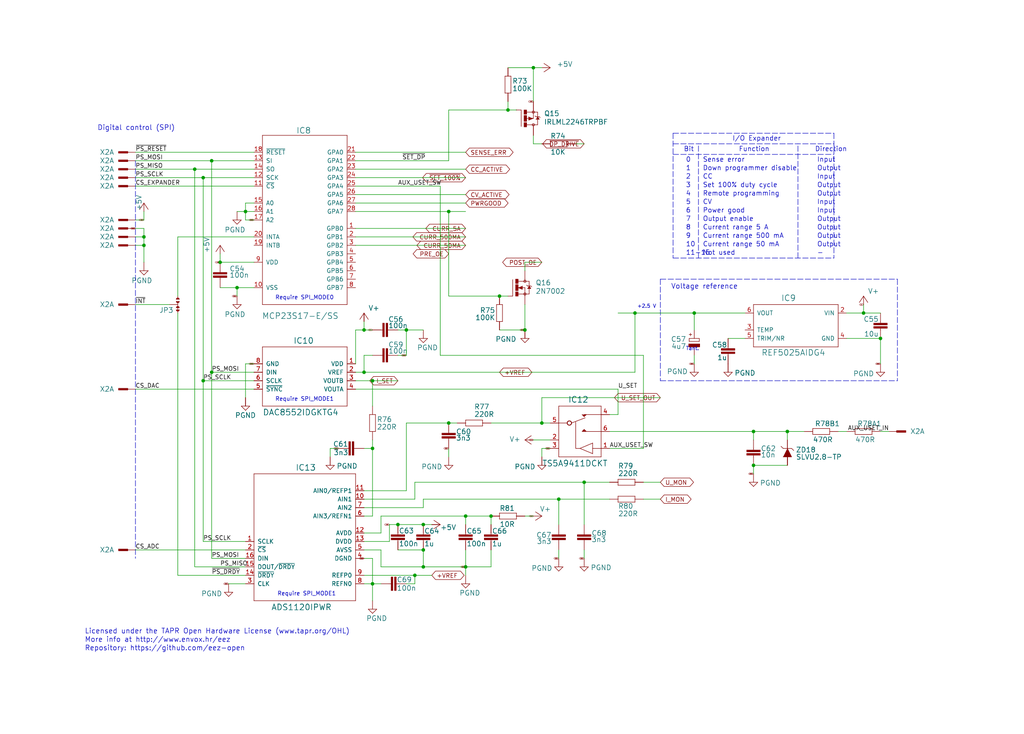
<source format=kicad_sch>
(kicad_sch (version 20210406) (generator eeschema)
  (paper "User" 307.213 220.345)
  (title_block (title "EEZ PSU consolidated") (rev "r5B13a") (comment 3 "Remote programming") (comment 4 "SPI I/O expander, DAC, ADC, Voltage reference"))
  (junction (at 43.18 71.12) (diameter 0.9144))
  (junction (at 43.18 73.66) (diameter 0.9144))
  (junction (at 58.42 50.8) (diameter 0.9144))
  (junction (at 60.96 53.34) (diameter 0.9144))
  (junction (at 60.96 114.3) (diameter 0.9144))
  (junction (at 63.5 48.26) (diameter 0.9144))
  (junction (at 63.5 111.76) (diameter 0.9144))
  (junction (at 66.04 78.74) (diameter 0.9144))
  (junction (at 71.12 86.36) (diameter 0.9144))
  (junction (at 73.66 63.5) (diameter 0.9144))
  (junction (at 109.22 99.06) (diameter 0.9144))
  (junction (at 109.22 111.76) (diameter 0.9144))
  (junction (at 111.76 114.3) (diameter 0.9144))
  (junction (at 111.76 134.62) (diameter 0.9144))
  (junction (at 111.76 175.26) (diameter 0.9144))
  (junction (at 119.38 157.48) (diameter 0.9144))
  (junction (at 121.92 99.06) (diameter 0.9144))
  (junction (at 124.46 172.72) (diameter 0.9144))
  (junction (at 127 157.48) (diameter 0.9144))
  (junction (at 127 165.1) (diameter 0.9144))
  (junction (at 127 170.18) (diameter 0.9144))
  (junction (at 134.62 63.5) (diameter 0.9144))
  (junction (at 134.62 127) (diameter 0.9144))
  (junction (at 139.7 154.94) (diameter 0.9144))
  (junction (at 139.7 170.18) (diameter 0.9144))
  (junction (at 147.32 154.94) (diameter 0.9144))
  (junction (at 149.86 88.9) (diameter 0.9144))
  (junction (at 152.4 33.02) (diameter 0.9144))
  (junction (at 157.48 99.06) (diameter 0.9144))
  (junction (at 160.02 20.32) (diameter 0.9144))
  (junction (at 162.56 127) (diameter 0.9144))
  (junction (at 167.64 149.86) (diameter 0.9144))
  (junction (at 175.26 144.78) (diameter 0.9144))
  (junction (at 190.5 93.98) (diameter 0.9144))
  (junction (at 208.28 93.98) (diameter 0.9144))
  (junction (at 226.06 129.54) (diameter 0.9144))
  (junction (at 226.06 139.7) (diameter 0.9144))
  (junction (at 236.22 129.54) (diameter 0.9144))
  (junction (at 259.08 93.98) (diameter 0.9144))
  (junction (at 264.16 101.6) (diameter 0.9144))
  (wire (pts (xy 40.64 66.04) (xy 43.18 66.04)))
  (wire (pts (xy 40.64 68.58) (xy 43.18 68.58)))
  (wire (pts (xy 40.64 71.12) (xy 43.18 71.12)))
  (wire (pts (xy 40.64 73.66) (xy 43.18 73.66)))
  (wire (pts (xy 43.18 66.04) (xy 43.18 63.5)))
  (wire (pts (xy 43.18 68.58) (xy 43.18 71.12)))
  (wire (pts (xy 43.18 71.12) (xy 43.18 73.66)))
  (wire (pts (xy 43.18 73.66) (xy 43.18 78.74)))
  (wire (pts (xy 50.8 91.44) (xy 40.64 91.44)))
  (wire (pts (xy 53.34 71.12) (xy 53.34 88.9)))
  (wire (pts (xy 53.34 172.72) (xy 53.34 93.98)))
  (wire (pts (xy 58.42 50.8) (xy 40.64 50.8)))
  (wire (pts (xy 58.42 50.8) (xy 76.2 50.8)))
  (wire (pts (xy 58.42 170.18) (xy 58.42 50.8)))
  (wire (pts (xy 60.96 53.34) (xy 40.64 53.34)))
  (wire (pts (xy 60.96 114.3) (xy 60.96 53.34)))
  (wire (pts (xy 60.96 162.56) (xy 60.96 114.3)))
  (wire (pts (xy 63.5 48.26) (xy 40.64 48.26)))
  (wire (pts (xy 63.5 111.76) (xy 63.5 48.26)))
  (wire (pts (xy 63.5 167.64) (xy 63.5 111.76)))
  (wire (pts (xy 66.04 78.74) (xy 66.04 76.2)))
  (wire (pts (xy 68.58 175.26) (xy 73.66 175.26)))
  (wire (pts (xy 71.12 86.36) (xy 66.04 86.36)))
  (wire (pts (xy 71.12 86.36) (xy 76.2 86.36)))
  (wire (pts (xy 71.12 88.9) (xy 71.12 86.36)))
  (wire (pts (xy 73.66 60.96) (xy 76.2 60.96)))
  (wire (pts (xy 73.66 63.5) (xy 71.12 63.5)))
  (wire (pts (xy 73.66 63.5) (xy 73.66 60.96)))
  (wire (pts (xy 73.66 66.04) (xy 73.66 63.5)))
  (wire (pts (xy 73.66 109.22) (xy 73.66 119.38)))
  (wire (pts (xy 73.66 162.56) (xy 60.96 162.56)))
  (wire (pts (xy 73.66 165.1) (xy 40.64 165.1)))
  (wire (pts (xy 73.66 167.64) (xy 63.5 167.64)))
  (wire (pts (xy 73.66 170.18) (xy 58.42 170.18)))
  (wire (pts (xy 73.66 172.72) (xy 53.34 172.72)))
  (wire (pts (xy 76.2 45.72) (xy 40.64 45.72)))
  (wire (pts (xy 76.2 48.26) (xy 63.5 48.26)))
  (wire (pts (xy 76.2 53.34) (xy 60.96 53.34)))
  (wire (pts (xy 76.2 55.88) (xy 40.64 55.88)))
  (wire (pts (xy 76.2 63.5) (xy 73.66 63.5)))
  (wire (pts (xy 76.2 66.04) (xy 73.66 66.04)))
  (wire (pts (xy 76.2 71.12) (xy 53.34 71.12)))
  (wire (pts (xy 76.2 78.74) (xy 66.04 78.74)))
  (wire (pts (xy 76.2 109.22) (xy 73.66 109.22)))
  (wire (pts (xy 76.2 111.76) (xy 63.5 111.76)))
  (wire (pts (xy 76.2 114.3) (xy 60.96 114.3)))
  (wire (pts (xy 76.2 116.84) (xy 40.64 116.84)))
  (wire (pts (xy 99.06 134.62) (xy 99.06 137.16)))
  (wire (pts (xy 101.6 134.62) (xy 99.06 134.62)))
  (wire (pts (xy 106.68 45.72) (xy 139.7 45.72)))
  (wire (pts (xy 106.68 48.26) (xy 134.62 48.26)))
  (wire (pts (xy 106.68 50.8) (xy 139.7 50.8)))
  (wire (pts (xy 106.68 53.34) (xy 139.7 53.34)))
  (wire (pts (xy 106.68 55.88) (xy 132.08 55.88)))
  (wire (pts (xy 106.68 58.42) (xy 139.7 58.42)))
  (wire (pts (xy 106.68 60.96) (xy 139.7 60.96)))
  (wire (pts (xy 106.68 63.5) (xy 134.62 63.5)))
  (wire (pts (xy 106.68 68.58) (xy 139.7 68.58)))
  (wire (pts (xy 106.68 71.12) (xy 139.7 71.12)))
  (wire (pts (xy 106.68 73.66) (xy 139.7 73.66)))
  (wire (pts (xy 106.68 99.06) (xy 109.22 99.06)))
  (wire (pts (xy 106.68 109.22) (xy 106.68 99.06)))
  (wire (pts (xy 106.68 111.76) (xy 109.22 111.76)))
  (wire (pts (xy 106.68 114.3) (xy 111.76 114.3)))
  (wire (pts (xy 106.68 116.84) (xy 185.42 116.84)))
  (wire (pts (xy 109.22 99.06) (xy 109.22 96.52)))
  (wire (pts (xy 109.22 106.68) (xy 109.22 111.76)))
  (wire (pts (xy 109.22 134.62) (xy 111.76 134.62)))
  (wire (pts (xy 109.22 147.32) (xy 121.92 147.32)))
  (wire (pts (xy 109.22 149.86) (xy 124.46 149.86)))
  (wire (pts (xy 109.22 152.4) (xy 127 152.4)))
  (wire (pts (xy 109.22 154.94) (xy 111.76 154.94)))
  (wire (pts (xy 109.22 160.02) (xy 114.3 160.02)))
  (wire (pts (xy 109.22 165.1) (xy 114.3 165.1)))
  (wire (pts (xy 109.22 167.64) (xy 111.76 167.64)))
  (wire (pts (xy 109.22 172.72) (xy 124.46 172.72)))
  (wire (pts (xy 109.22 175.26) (xy 111.76 175.26)))
  (wire (pts (xy 111.76 99.06) (xy 109.22 99.06)))
  (wire (pts (xy 111.76 106.68) (xy 109.22 106.68)))
  (wire (pts (xy 111.76 114.3) (xy 119.38 114.3)))
  (wire (pts (xy 111.76 121.92) (xy 111.76 114.3)))
  (wire (pts (xy 111.76 132.08) (xy 111.76 134.62)))
  (wire (pts (xy 111.76 134.62) (xy 111.76 154.94)))
  (wire (pts (xy 111.76 175.26) (xy 111.76 167.64)))
  (wire (pts (xy 111.76 175.26) (xy 114.3 175.26)))
  (wire (pts (xy 111.76 180.34) (xy 111.76 175.26)))
  (wire (pts (xy 114.3 160.02) (xy 114.3 154.94)))
  (wire (pts (xy 114.3 165.1) (xy 114.3 170.18)))
  (wire (pts (xy 114.3 170.18) (xy 127 170.18)))
  (wire (pts (xy 116.84 157.48) (xy 116.84 162.56)))
  (wire (pts (xy 116.84 157.48) (xy 119.38 157.48)))
  (wire (pts (xy 116.84 162.56) (xy 109.22 162.56)))
  (wire (pts (xy 119.38 157.48) (xy 127 157.48)))
  (wire (pts (xy 121.92 99.06) (xy 119.38 99.06)))
  (wire (pts (xy 121.92 99.06) (xy 127 99.06)))
  (wire (pts (xy 121.92 106.68) (xy 119.38 106.68)))
  (wire (pts (xy 121.92 106.68) (xy 121.92 99.06)))
  (wire (pts (xy 121.92 147.32) (xy 121.92 127)))
  (wire (pts (xy 121.92 175.26) (xy 124.46 175.26)))
  (wire (pts (xy 124.46 144.78) (xy 175.26 144.78)))
  (wire (pts (xy 124.46 149.86) (xy 124.46 144.78)))
  (wire (pts (xy 124.46 172.72) (xy 129.54 172.72)))
  (wire (pts (xy 124.46 175.26) (xy 124.46 172.72)))
  (wire (pts (xy 127 149.86) (xy 167.64 149.86)))
  (wire (pts (xy 127 152.4) (xy 127 149.86)))
  (wire (pts (xy 127 157.48) (xy 129.54 157.48)))
  (wire (pts (xy 127 165.1) (xy 119.38 165.1)))
  (wire (pts (xy 127 165.1) (xy 127 170.18)))
  (wire (pts (xy 127 170.18) (xy 139.7 170.18)))
  (wire (pts (xy 132.08 106.68) (xy 132.08 55.88)))
  (wire (pts (xy 134.62 33.02) (xy 152.4 33.02)))
  (wire (pts (xy 134.62 48.26) (xy 134.62 33.02)))
  (wire (pts (xy 134.62 63.5) (xy 134.62 88.9)))
  (wire (pts (xy 134.62 63.5) (xy 139.7 63.5)))
  (wire (pts (xy 134.62 127) (xy 121.92 127)))
  (wire (pts (xy 134.62 134.62) (xy 134.62 137.16)))
  (wire (pts (xy 137.16 127) (xy 134.62 127)))
  (wire (pts (xy 139.7 154.94) (xy 114.3 154.94)))
  (wire (pts (xy 139.7 157.48) (xy 139.7 154.94)))
  (wire (pts (xy 139.7 170.18) (xy 139.7 165.1)))
  (wire (pts (xy 139.7 170.18) (xy 147.32 170.18)))
  (wire (pts (xy 139.7 172.72) (xy 139.7 170.18)))
  (wire (pts (xy 147.32 127) (xy 162.56 127)))
  (wire (pts (xy 147.32 154.94) (xy 139.7 154.94)))
  (wire (pts (xy 147.32 157.48) (xy 147.32 154.94)))
  (wire (pts (xy 147.32 170.18) (xy 147.32 165.1)))
  (wire (pts (xy 149.86 88.9) (xy 134.62 88.9)))
  (wire (pts (xy 149.86 99.06) (xy 157.48 99.06)))
  (wire (pts (xy 152.4 20.32) (xy 160.02 20.32)))
  (wire (pts (xy 152.4 30.48) (xy 152.4 33.02)))
  (wire (pts (xy 152.4 88.9) (xy 149.86 88.9)))
  (wire (pts (xy 154.94 33.02) (xy 152.4 33.02)))
  (wire (pts (xy 157.48 78.74) (xy 162.56 78.74)))
  (wire (pts (xy 157.48 81.28) (xy 157.48 78.74)))
  (wire (pts (xy 157.48 99.06) (xy 157.48 91.44)))
  (wire (pts (xy 160.02 20.32) (xy 162.56 20.32)))
  (wire (pts (xy 160.02 30.48) (xy 160.02 20.32)))
  (wire (pts (xy 160.02 40.64) (xy 160.02 43.18)))
  (wire (pts (xy 160.02 43.18) (xy 162.56 43.18)))
  (wire (pts (xy 160.02 132.08) (xy 165.1 132.08)))
  (wire (pts (xy 160.02 154.94) (xy 157.48 154.94)))
  (wire (pts (xy 162.56 119.38) (xy 198.12 119.38)))
  (wire (pts (xy 162.56 127) (xy 162.56 119.38)))
  (wire (pts (xy 162.56 127) (xy 165.1 127)))
  (wire (pts (xy 162.56 134.62) (xy 162.56 137.16)))
  (wire (pts (xy 165.1 134.62) (xy 162.56 134.62)))
  (wire (pts (xy 167.64 149.86) (xy 182.88 149.86)))
  (wire (pts (xy 167.64 157.48) (xy 167.64 149.86)))
  (wire (pts (xy 167.64 167.64) (xy 167.64 165.1)))
  (wire (pts (xy 172.72 43.18) (xy 175.26 43.18)))
  (wire (pts (xy 175.26 144.78) (xy 182.88 144.78)))
  (wire (pts (xy 175.26 157.48) (xy 175.26 144.78)))
  (wire (pts (xy 175.26 167.64) (xy 175.26 165.1)))
  (wire (pts (xy 182.88 134.62) (xy 193.04 134.62)))
  (wire (pts (xy 185.42 116.84) (xy 185.42 124.46)))
  (wire (pts (xy 185.42 124.46) (xy 182.88 124.46)))
  (wire (pts (xy 190.5 93.98) (xy 185.42 93.98)))
  (wire (pts (xy 190.5 93.98) (xy 190.5 111.76)))
  (wire (pts (xy 190.5 111.76) (xy 109.22 111.76)))
  (wire (pts (xy 193.04 106.68) (xy 132.08 106.68)))
  (wire (pts (xy 193.04 106.68) (xy 193.04 134.62)))
  (wire (pts (xy 198.12 144.78) (xy 193.04 144.78)))
  (wire (pts (xy 198.12 149.86) (xy 193.04 149.86)))
  (wire (pts (xy 208.28 93.98) (xy 190.5 93.98)))
  (wire (pts (xy 208.28 99.06) (xy 208.28 93.98)))
  (wire (pts (xy 208.28 109.22) (xy 208.28 106.68)))
  (wire (pts (xy 223.52 93.98) (xy 208.28 93.98)))
  (wire (pts (xy 223.52 101.6) (xy 218.44 101.6)))
  (wire (pts (xy 226.06 129.54) (xy 182.88 129.54)))
  (wire (pts (xy 226.06 129.54) (xy 236.22 129.54)))
  (wire (pts (xy 226.06 132.08) (xy 226.06 129.54)))
  (wire (pts (xy 226.06 139.7) (xy 236.22 139.7)))
  (wire (pts (xy 226.06 142.24) (xy 226.06 139.7)))
  (wire (pts (xy 236.22 132.08) (xy 236.22 129.54)))
  (wire (pts (xy 241.3 129.54) (xy 236.22 129.54)))
  (wire (pts (xy 254 93.98) (xy 259.08 93.98)))
  (wire (pts (xy 254 101.6) (xy 264.16 101.6)))
  (wire (pts (xy 254 129.54) (xy 251.46 129.54)))
  (wire (pts (xy 259.08 91.44) (xy 259.08 93.98)))
  (wire (pts (xy 259.08 93.98) (xy 264.16 93.98)))
  (wire (pts (xy 264.16 109.22) (xy 264.16 101.6)))
  (wire (pts (xy 266.7 129.54) (xy 264.16 129.54)))
  (polyline (pts (xy 40.64 48.26) (xy 40.64 167.64)) (stroke (width 0) (type dash)))
  (polyline (pts (xy 198.12 83.82) (xy 198.12 114.3)) (stroke (width 0) (type dash)))
  (polyline (pts (xy 198.12 83.82) (xy 269.24 83.82)) (stroke (width 0) (type dash)))
  (polyline (pts (xy 198.12 114.3) (xy 269.24 114.3)) (stroke (width 0) (type dash)))
  (polyline (pts (xy 201.93 40.005) (xy 201.93 77.47)) (stroke (width 0) (type dash)))
  (polyline (pts (xy 201.93 40.005) (xy 250.19 40.005)) (stroke (width 0) (type dash)))
  (polyline (pts (xy 201.93 43.18) (xy 250.19 43.18)) (stroke (width 0) (type dash)))
  (polyline (pts (xy 201.93 46.355) (xy 250.19 46.355)) (stroke (width 0) (type dash)))
  (polyline (pts (xy 201.93 77.47) (xy 250.19 77.47)) (stroke (width 0) (type dash)))
  (polyline (pts (xy 209.55 77.47) (xy 209.55 43.18)) (stroke (width 0) (type dash)))
  (polyline (pts (xy 239.395 77.47) (xy 239.395 43.18)) (stroke (width 0) (type dash)))
  (polyline (pts (xy 250.19 40.005) (xy 250.19 77.47)) (stroke (width 0) (type dash)))
  (polyline (pts (xy 269.24 83.82) (xy 269.24 114.3)) (stroke (width 0) (type dash)))
  (text "Licensed under the TAPR Open Hardware License (www.tapr.org/OHL)" (at 25.4 190.5 0) (effects (font (size 1.4986 1.4986)) (justify left bottom)))
  (text "More info at http://www.envox.hr/eez" (at 25.4 193.04 0) (effects (font (size 1.4986 1.4986)) (justify left bottom)))
  (text "Repository: https://github.com/eez-open" (at 25.4 195.58 0) (effects (font (size 1.4986 1.4986)) (justify left bottom)))
  (text "Digital control (SPI)" (at 29.21 39.37 0) (effects (font (size 1.4986 1.4986)) (justify left bottom)))
  (text "Require SPI_MODE0" (at 82.55 90.17 0) (effects (font (size 1.1938 1.1938)) (justify left bottom)))
  (text "Require SPI_MODE1" (at 82.55 120.65 0) (effects (font (size 1.1938 1.1938)) (justify left bottom)))
  (text "Require SPI_MODE1" (at 83.185 179.07 0) (effects (font (size 1.1938 1.1938)) (justify left bottom)))
  (text "+2.5 V" (at 191.135 92.71 0) (effects (font (size 1.0668 1.0668)) (justify left bottom)))
  (text "Voltage reference" (at 201.295 86.995 0) (effects (font (size 1.4986 1.4986)) (justify left bottom)))
  (text "Bit" (at 205.105 45.72 0) (effects (font (size 1.4224 1.4224)) (justify left bottom)))
  (text "0" (at 205.74 48.895 0) (effects (font (size 1.4224 1.4224)) (justify left bottom)))
  (text "1" (at 205.74 51.435 0) (effects (font (size 1.4224 1.4224)) (justify left bottom)))
  (text "2" (at 205.74 53.975 0) (effects (font (size 1.4224 1.4224)) (justify left bottom)))
  (text "3" (at 205.74 56.515 0) (effects (font (size 1.4224 1.4224)) (justify left bottom)))
  (text "4" (at 205.74 59.055 0) (effects (font (size 1.4224 1.4224)) (justify left bottom)))
  (text "5" (at 205.74 61.595 0) (effects (font (size 1.4224 1.4224)) (justify left bottom)))
  (text "6" (at 205.74 64.135 0) (effects (font (size 1.4224 1.4224)) (justify left bottom)))
  (text "7" (at 205.74 66.675 0) (effects (font (size 1.4224 1.4224)) (justify left bottom)))
  (text "8" (at 205.74 69.215 0) (effects (font (size 1.4224 1.4224)) (justify left bottom)))
  (text "9" (at 205.74 71.755 0) (effects (font (size 1.4224 1.4224)) (justify left bottom)))
  (text "10" (at 205.74 74.295 0) (effects (font (size 1.4224 1.4224)) (justify left bottom)))
  (text "11-15" (at 205.74 76.835 0) (effects (font (size 1.4224 1.4224)) (justify left bottom)))
  (text "Tant." (at 205.74 105.41 0) (effects (font (size 1.0668 1.0668)) (justify left bottom)))
  (text "Sense error" (at 210.82 48.895 0) (effects (font (size 1.4224 1.4224)) (justify left bottom)))
  (text "Down programmer disable" (at 210.82 51.435 0) (effects (font (size 1.4224 1.4224)) (justify left bottom)))
  (text "CC" (at 210.82 53.975 0) (effects (font (size 1.4224 1.4224)) (justify left bottom)))
  (text "Set 100% duty cycle" (at 210.82 56.515 0) (effects (font (size 1.4224 1.4224)) (justify left bottom)))
  (text "Remote programming" (at 210.82 59.055 0) (effects (font (size 1.4224 1.4224)) (justify left bottom)))
  (text "CV" (at 210.82 61.595 0) (effects (font (size 1.4224 1.4224)) (justify left bottom)))
  (text "Power good" (at 210.82 64.135 0) (effects (font (size 1.4224 1.4224)) (justify left bottom)))
  (text "Output enable" (at 210.82 66.675 0) (effects (font (size 1.4224 1.4224)) (justify left bottom)))
  (text "Current range 5 A" (at 210.82 69.215 0) (effects (font (size 1.4224 1.4224)) (justify left bottom)))
  (text "Current range 500 mA" (at 210.82 71.755 0) (effects (font (size 1.4224 1.4224)) (justify left bottom)))
  (text "Current range 50 mA" (at 210.82 74.295 0) (effects (font (size 1.4224 1.4224)) (justify left bottom)))
  (text "Not used" (at 210.82 76.835 0) (effects (font (size 1.4224 1.4224)) (justify left bottom)))
  (text "I/O Expander" (at 219.71 42.545 0) (effects (font (size 1.4224 1.4224)) (justify left bottom)))
  (text "Function" (at 221.615 45.72 0) (effects (font (size 1.4224 1.4224)) (justify left bottom)))
  (text "Direction" (at 244.475 45.72 0) (effects (font (size 1.4224 1.4224)) (justify left bottom)))
  (text "Input" (at 245.11 48.895 0) (effects (font (size 1.4224 1.4224)) (justify left bottom)))
  (text "Output" (at 245.11 51.435 0) (effects (font (size 1.4224 1.4224)) (justify left bottom)))
  (text "Input" (at 245.11 53.975 0) (effects (font (size 1.4224 1.4224)) (justify left bottom)))
  (text "Output" (at 245.11 56.515 0) (effects (font (size 1.4224 1.4224)) (justify left bottom)))
  (text "Output" (at 245.11 59.055 0) (effects (font (size 1.4224 1.4224)) (justify left bottom)))
  (text "Input" (at 245.11 61.595 0) (effects (font (size 1.4224 1.4224)) (justify left bottom)))
  (text "Input" (at 245.11 64.135 0) (effects (font (size 1.4224 1.4224)) (justify left bottom)))
  (text "Output" (at 245.11 66.675 0) (effects (font (size 1.4224 1.4224)) (justify left bottom)))
  (text "Output" (at 245.11 69.215 0) (effects (font (size 1.4224 1.4224)) (justify left bottom)))
  (text "Output" (at 245.11 71.755 0) (effects (font (size 1.4224 1.4224)) (justify left bottom)))
  (text "Output" (at 245.11 74.295 0) (effects (font (size 1.4224 1.4224)) (justify left bottom)))
  (text "-" (at 245.11 76.835 0) (effects (font (size 1.4224 1.4224)) (justify left bottom)))
  (label "~PS_RESET" (at 40.64 45.72 0))
  (label "PS_MOSI" (at 40.64 48.26 0))
  (label "PS_MISO" (at 40.64 50.8 0))
  (label "PS_SCLK" (at 40.64 53.34 0))
  (label "CS_EXPANDER" (at 40.64 55.88 0))
  (label "~INT" (at 40.64 91.44 0))
  (label "CS_DAC" (at 40.64 116.84 0))
  (label "CS_ADC" (at 40.64 165.1 0))
  (label "PS_SCLK" (at 60.96 114.3 0))
  (label "PS_SCLK" (at 60.96 162.56 0))
  (label "PS_MOSI" (at 63.5 111.76 0))
  (label "PS_MOSI" (at 63.5 167.64 0))
  (label "~PS_DRDY" (at 63.5 172.72 0))
  (label "PS_MISO" (at 66.04 170.18 0))
  (label "AUX_USET_SW" (at 119.38 55.88 0))
  (label "~SET_DP" (at 120.65 48.26 0))
  (label "AUX_USET_SW" (at 182.88 134.62 0))
  (label "U_SET" (at 185.42 116.84 0))
  (label "AUX_USET_IN" (at 266.7 129.54 180))
  (global_label "GND" (shape bidirectional) (at 40.64 68.58 180) (effects (font (size 0.254 0.254))) (property "Intersheet References" "${INTERSHEET_REFS}" (effects hide)))
  (global_label "+5V" (shape bidirectional) (at 43.18 66.04 180) (effects (font (size 0.254 0.254))) (property "Intersheet References" "${INTERSHEET_REFS}" (effects hide)))
  (global_label "+5V" (shape bidirectional) (at 66.04 78.74 180) (effects (font (size 0.254 0.254))) (property "Intersheet References" "${INTERSHEET_REFS}" (effects hide)))
  (global_label "GND" (shape bidirectional) (at 68.58 175.26 180) (effects (font (size 0.254 0.254))) (property "Intersheet References" "${INTERSHEET_REFS}" (effects hide)))
  (global_label "GND" (shape bidirectional) (at 71.12 88.9 180) (effects (font (size 0.254 0.254))) (property "Intersheet References" "${INTERSHEET_REFS}" (effects hide)))
  (global_label "GND" (shape bidirectional) (at 76.2 66.04 180) (effects (font (size 0.254 0.254))) (property "Intersheet References" "${INTERSHEET_REFS}" (effects hide)))
  (global_label "GND" (shape bidirectional) (at 76.2 109.22 180) (effects (font (size 0.254 0.254))) (property "Intersheet References" "${INTERSHEET_REFS}" (effects hide)))
  (global_label "GND" (shape bidirectional) (at 101.6 134.62 180) (effects (font (size 0.254 0.254))) (property "Intersheet References" "${INTERSHEET_REFS}" (effects hide)))
  (global_label "GND" (shape bidirectional) (at 109.22 167.64 180) (effects (font (size 0.254 0.254))) (property "Intersheet References" "${INTERSHEET_REFS}" (effects hide)))
  (global_label "V+" (shape bidirectional) (at 111.76 99.06 180) (effects (font (size 0.254 0.254))) (property "Intersheet References" "${INTERSHEET_REFS}" (effects hide)))
  (global_label "+5V" (shape bidirectional) (at 116.84 157.48 180) (effects (font (size 0.254 0.254))) (property "Intersheet References" "${INTERSHEET_REFS}" (effects hide)))
  (global_label "I_SET" (shape bidirectional) (at 119.38 114.3 180) (property "Intersheet References" "${INTERSHEET_REFS}" (effects hide)))
  (global_label "GND" (shape bidirectional) (at 121.92 106.68 180) (effects (font (size 0.254 0.254))) (property "Intersheet References" "${INTERSHEET_REFS}" (effects hide)))
  (global_label "+VREF" (shape bidirectional) (at 129.54 172.72 0) (property "Intersheet References" "${INTERSHEET_REFS}" (effects hide)))
  (global_label "PRE_OE" (shape bidirectional) (at 134.62 76.2 180) (property "Intersheet References" "${INTERSHEET_REFS}" (effects hide)))
  (global_label "GND" (shape bidirectional) (at 134.62 134.62 180) (effects (font (size 0.254 0.254))) (property "Intersheet References" "${INTERSHEET_REFS}" (effects hide)))
  (global_label "SENSE_ERR" (shape bidirectional) (at 139.7 45.72 0) (property "Intersheet References" "${INTERSHEET_REFS}" (effects hide)))
  (global_label "CC_ACTIVE" (shape bidirectional) (at 139.7 50.8 0) (property "Intersheet References" "${INTERSHEET_REFS}" (effects hide)))
  (global_label "~SET_100%" (shape bidirectional) (at 139.7 53.34 180) (property "Intersheet References" "${INTERSHEET_REFS}" (effects hide)))
  (global_label "CV_ACTIVE" (shape bidirectional) (at 139.7 58.42 0) (property "Intersheet References" "${INTERSHEET_REFS}" (effects hide)))
  (global_label "PWRGOOD" (shape bidirectional) (at 139.7 60.96 0) (property "Intersheet References" "${INTERSHEET_REFS}" (effects hide)))
  (global_label "CURR_5A" (shape bidirectional) (at 139.7 68.58 180) (property "Intersheet References" "${INTERSHEET_REFS}" (effects hide)))
  (global_label "CURR_500MA" (shape bidirectional) (at 139.7 71.12 180) (property "Intersheet References" "${INTERSHEET_REFS}" (effects hide)))
  (global_label "CURR_50MA" (shape bidirectional) (at 139.7 73.66 180) (property "Intersheet References" "${INTERSHEET_REFS}" (effects hide)))
  (global_label "GND" (shape bidirectional) (at 139.7 170.18 180) (effects (font (size 0.254 0.254))) (property "Intersheet References" "${INTERSHEET_REFS}" (effects hide)))
  (global_label "+VREF" (shape bidirectional) (at 149.86 111.76 0) (property "Intersheet References" "${INTERSHEET_REFS}" (effects hide)))
  (global_label "GND" (shape bidirectional) (at 157.48 99.06 180) (effects (font (size 0.254 0.254))) (property "Intersheet References" "${INTERSHEET_REFS}" (effects hide)))
  (global_label "+5V" (shape bidirectional) (at 160.02 30.48 180) (effects (font (size 0.254 0.254))) (property "Intersheet References" "${INTERSHEET_REFS}" (effects hide)))
  (global_label "V+" (shape bidirectional) (at 160.02 132.08 180) (effects (font (size 0.254 0.254))) (property "Intersheet References" "${INTERSHEET_REFS}" (effects hide)))
  (global_label "V+" (shape bidirectional) (at 160.02 154.94 180) (effects (font (size 0.254 0.254))) (property "Intersheet References" "${INTERSHEET_REFS}" (effects hide)))
  (global_label "POST_OE" (shape bidirectional) (at 162.56 78.74 180) (property "Intersheet References" "${INTERSHEET_REFS}" (effects hide)))
  (global_label "GND" (shape bidirectional) (at 165.1 134.62 180) (effects (font (size 0.254 0.254))) (property "Intersheet References" "${INTERSHEET_REFS}" (effects hide)))
  (global_label "GND" (shape bidirectional) (at 167.64 167.64 180) (effects (font (size 0.254 0.254))) (property "Intersheet References" "${INTERSHEET_REFS}" (effects hide)))
  (global_label "~DP_DRIVE" (shape bidirectional) (at 175.26 43.18 180) (property "Intersheet References" "${INTERSHEET_REFS}" (effects hide)))
  (global_label "GND" (shape bidirectional) (at 175.26 167.64 180) (effects (font (size 0.254 0.254))) (property "Intersheet References" "${INTERSHEET_REFS}" (effects hide)))
  (global_label "U_SET_OUT" (shape bidirectional) (at 198.12 119.38 180) (property "Intersheet References" "${INTERSHEET_REFS}" (effects hide)))
  (global_label "U_MON" (shape bidirectional) (at 198.12 144.78 0) (property "Intersheet References" "${INTERSHEET_REFS}" (effects hide)))
  (global_label "I_MON" (shape bidirectional) (at 198.12 149.86 0) (property "Intersheet References" "${INTERSHEET_REFS}" (effects hide)))
  (global_label "GND" (shape bidirectional) (at 208.28 109.22 180) (effects (font (size 0.254 0.254))) (property "Intersheet References" "${INTERSHEET_REFS}" (effects hide)))
  (global_label "GND" (shape bidirectional) (at 226.06 142.24 180) (effects (font (size 0.254 0.254))) (property "Intersheet References" "${INTERSHEET_REFS}" (effects hide)))
  (global_label "V+" (shape bidirectional) (at 259.08 91.44 180) (effects (font (size 0.254 0.254))) (property "Intersheet References" "${INTERSHEET_REFS}" (effects hide)))
  (global_label "GND" (shape bidirectional) (at 264.16 109.22 180) (effects (font (size 0.254 0.254))) (property "Intersheet References" "${INTERSHEET_REFS}" (effects hide)))
  (symbol (lib_id "EEZ_PSU_consolidated_r5B13a-eagle-import:DINA4_L") (at 22.86 198.12 0)
    (property "Reference" "#FRAME4" (effects hide))
    (property "Value" "DINA4_L" (effects hide))
  )
  (symbol (lib_id "EEZ_PSU_consolidated_r5B13a-eagle-import:SSW-113-02-T-D-RA") (at 40.64 45.72 0)
    (property "Reference" "X2" (at 34.29 44.831 0) (effects (font (size 1.4986 1.4986)) (justify right top)))
    (property "Value" "SSW-113-02-T-D-RA" (effects hide))
    (property "Footprint" "EEZ PSU consolidated r5B13a:SSW-113-02-T-D-RA" (effects hide))
  )
  (symbol (lib_id "EEZ_PSU_consolidated_r5B13a-eagle-import:SSW-113-02-T-D-RA") (at 40.64 48.26 0)
    (property "Reference" "X2" (at 34.29 47.371 0) (effects (font (size 1.4986 1.4986)) (justify right top)))
    (property "Value" "SSW-113-02-T-D-RA" (effects hide))
    (property "Footprint" "EEZ PSU consolidated r5B13a:SSW-113-02-T-D-RA" (effects hide))
  )
  (symbol (lib_id "EEZ_PSU_consolidated_r5B13a-eagle-import:SSW-113-02-T-D-RA") (at 40.64 50.8 0)
    (property "Reference" "X2" (at 34.29 49.911 0) (effects (font (size 1.4986 1.4986)) (justify right top)))
    (property "Value" "SSW-113-02-T-D-RA" (effects hide))
    (property "Footprint" "EEZ PSU consolidated r5B13a:SSW-113-02-T-D-RA" (effects hide))
  )
  (symbol (lib_id "EEZ_PSU_consolidated_r5B13a-eagle-import:SSW-113-02-T-D-RA") (at 40.64 53.34 0)
    (property "Reference" "X2" (at 34.29 52.451 0) (effects (font (size 1.4986 1.4986)) (justify right top)))
    (property "Value" "SSW-113-02-T-D-RA" (effects hide))
    (property "Footprint" "EEZ PSU consolidated r5B13a:SSW-113-02-T-D-RA" (effects hide))
  )
  (symbol (lib_id "EEZ_PSU_consolidated_r5B13a-eagle-import:SSW-113-02-T-D-RA") (at 40.64 55.88 0)
    (property "Reference" "X2" (at 34.29 54.991 0) (effects (font (size 1.4986 1.4986)) (justify right top)))
    (property "Value" "SSW-113-02-T-D-RA" (effects hide))
    (property "Footprint" "EEZ PSU consolidated r5B13a:SSW-113-02-T-D-RA" (effects hide))
  )
  (symbol (lib_id "EEZ_PSU_consolidated_r5B13a-eagle-import:SSW-113-02-T-D-RA") (at 40.64 66.04 0)
    (property "Reference" "X2" (at 34.29 65.151 0) (effects (font (size 1.4986 1.4986)) (justify right top)))
    (property "Value" "SSW-113-02-T-D-RA" (effects hide))
    (property "Footprint" "EEZ PSU consolidated r5B13a:SSW-113-02-T-D-RA" (effects hide))
  )
  (symbol (lib_id "EEZ_PSU_consolidated_r5B13a-eagle-import:SSW-113-02-T-D-RA") (at 40.64 68.58 0)
    (property "Reference" "X2" (at 34.29 67.691 0) (effects (font (size 1.4986 1.4986)) (justify right top)))
    (property "Value" "SSW-113-02-T-D-RA" (effects hide))
    (property "Footprint" "EEZ PSU consolidated r5B13a:SSW-113-02-T-D-RA" (effects hide))
  )
  (symbol (lib_id "EEZ_PSU_consolidated_r5B13a-eagle-import:SSW-113-02-T-D-RA") (at 40.64 71.12 0)
    (property "Reference" "X2" (at 34.29 70.231 0) (effects (font (size 1.4986 1.4986)) (justify right top)))
    (property "Value" "SSW-113-02-T-D-RA" (effects hide))
    (property "Footprint" "EEZ PSU consolidated r5B13a:SSW-113-02-T-D-RA" (effects hide))
  )
  (symbol (lib_id "EEZ_PSU_consolidated_r5B13a-eagle-import:SSW-113-02-T-D-RA") (at 40.64 73.66 0)
    (property "Reference" "X2" (at 34.29 72.771 0) (effects (font (size 1.4986 1.4986)) (justify right top)))
    (property "Value" "SSW-113-02-T-D-RA" (effects hide))
    (property "Footprint" "EEZ PSU consolidated r5B13a:SSW-113-02-T-D-RA" (effects hide))
  )
  (symbol (lib_id "EEZ_PSU_consolidated_r5B13a-eagle-import:SSW-113-02-T-D-RA") (at 40.64 91.44 0)
    (property "Reference" "X2" (at 34.29 90.551 0) (effects (font (size 1.4986 1.4986)) (justify right top)))
    (property "Value" "SSW-113-02-T-D-RA" (effects hide))
    (property "Footprint" "EEZ PSU consolidated r5B13a:SSW-113-02-T-D-RA" (effects hide))
  )
  (symbol (lib_id "EEZ_PSU_consolidated_r5B13a-eagle-import:SSW-113-02-T-D-RA") (at 40.64 116.84 0)
    (property "Reference" "X2" (at 34.29 115.951 0) (effects (font (size 1.4986 1.4986)) (justify right top)))
    (property "Value" "SSW-113-02-T-D-RA" (effects hide))
    (property "Footprint" "EEZ PSU consolidated r5B13a:SSW-113-02-T-D-RA" (effects hide))
  )
  (symbol (lib_id "EEZ_PSU_consolidated_r5B13a-eagle-import:SSW-113-02-T-D-RA") (at 40.64 165.1 0)
    (property "Reference" "X2" (at 34.29 164.211 0) (effects (font (size 1.4986 1.4986)) (justify right top)))
    (property "Value" "SSW-113-02-T-D-RA" (effects hide))
    (property "Footprint" "EEZ PSU consolidated r5B13a:SSW-113-02-T-D-RA" (effects hide))
  )
  (symbol (lib_id "EEZ_PSU_consolidated_r5B13a-eagle-import:SSW-113-02-T-D-RA") (at 266.7 129.54 0) (mirror y)
    (property "Reference" "X2" (at 273.05 128.651 0) (effects (font (size 1.4986 1.4986)) (justify right top)))
    (property "Value" "SSW-113-02-T-D-RA" (effects hide))
    (property "Footprint" "EEZ PSU consolidated r5B13a:SSW-113-02-T-D-RA" (effects hide))
  )
  (symbol (lib_id "EEZ_PSU_consolidated_r5B13a-eagle-import:+5V") (at 43.18 60.96 0) (mirror y)
    (property "Reference" "#P+02" (effects hide))
    (property "Value" "+5V" (at 42.545 58.42 90) (effects (font (size 1.4986 1.4986)) (justify right top)))
  )
  (symbol (lib_id "EEZ_PSU_consolidated_r5B13a-eagle-import:+5V") (at 66.04 73.66 0) (mirror y)
    (property "Reference" "#P+01" (effects hide))
    (property "Value" "+5V" (at 62.865 71.12 90) (effects (font (size 1.4986 1.4986)) (justify right top)))
  )
  (symbol (lib_id "EEZ_PSU_consolidated_r5B13a-eagle-import:V+") (at 109.22 93.98 0)
    (property "Reference" "#P+09" (effects hide))
    (property "Value" "V+" (at 110.49 93.345 0) (effects (font (size 1.4986 1.4986)) (justify left bottom)))
  )
  (symbol (lib_id "EEZ_PSU_consolidated_r5B13a-eagle-import:+5V") (at 132.08 157.48 270) (mirror x)
    (property "Reference" "#P+08" (effects hide))
    (property "Value" "+5V" (at 132.08 157.48 90) (effects (font (size 1.4986 1.4986)) (justify left bottom)))
  )
  (symbol (lib_id "EEZ_PSU_consolidated_r5B13a-eagle-import:V+") (at 157.48 132.08 90) (mirror x)
    (property "Reference" "#P+012" (effects hide))
    (property "Value" "V+" (at 156.21 132.715 90) (effects (font (size 1.4986 1.4986)) (justify left bottom)))
  )
  (symbol (lib_id "EEZ_PSU_consolidated_r5B13a-eagle-import:V+") (at 162.56 154.94 270)
    (property "Reference" "#P+04" (effects hide))
    (property "Value" "V+" (at 161.925 153.67 90) (effects (font (size 1.4986 1.4986)) (justify left bottom)))
  )
  (symbol (lib_id "EEZ_PSU_consolidated_r5B13a-eagle-import:+5V") (at 165.1 20.32 270) (mirror x)
    (property "Reference" "#P+029" (effects hide))
    (property "Value" "+5V" (at 167.005 18.415 90) (effects (font (size 1.4986 1.4986)) (justify left bottom)))
  )
  (symbol (lib_id "EEZ_PSU_consolidated_r5B13a-eagle-import:V+") (at 259.08 88.9 0)
    (property "Reference" "#P+015" (effects hide))
    (property "Value" "V+" (at 260.35 88.265 0) (effects (font (size 1.4986 1.4986)) (justify left bottom)))
  )
  (symbol (lib_id "EEZ_PSU_consolidated_r5B13a-eagle-import:GND") (at 43.18 81.28 0) (mirror y)
    (property "Reference" "#SUPPLY07" (effects hide))
    (property "Value" "PGND" (at 45.72 85.09 0) (effects (font (size 1.4986 1.4986)) (justify left bottom)))
  )
  (symbol (lib_id "EEZ_PSU_consolidated_r5B13a-eagle-import:GND") (at 68.58 177.8 0) (mirror y)
    (property "Reference" "#SUPPLY03" (effects hide))
    (property "Value" "PGND" (at 66.675 179.07 0) (effects (font (size 1.4986 1.4986)) (justify left bottom)))
  )
  (symbol (lib_id "EEZ_PSU_consolidated_r5B13a-eagle-import:GND") (at 71.12 66.04 0) (mirror y)
    (property "Reference" "#SUPPLY088" (effects hide))
    (property "Value" "PGND" (at 73.66 69.85 0) (effects (font (size 1.4986 1.4986)) (justify left bottom)))
  )
  (symbol (lib_id "EEZ_PSU_consolidated_r5B13a-eagle-import:GND") (at 71.12 91.44 0) (mirror y)
    (property "Reference" "#SUPPLY016" (effects hide))
    (property "Value" "PGND" (at 73.66 95.25 0) (effects (font (size 1.4986 1.4986)) (justify left bottom)))
  )
  (symbol (lib_id "EEZ_PSU_consolidated_r5B13a-eagle-import:GND") (at 73.66 121.92 0) (mirror y)
    (property "Reference" "#SUPPLY012" (effects hide))
    (property "Value" "PGND" (at 70.485 123.825 0) (effects (font (size 1.4986 1.4986)) (justify right top)))
  )
  (symbol (lib_id "EEZ_PSU_consolidated_r5B13a-eagle-import:GND") (at 99.06 139.7 0) (mirror y)
    (property "Reference" "#SUPPLY031" (effects hide))
    (property "Value" "PGND" (at 100.965 139.065 0) (effects (font (size 1.4986 1.4986)) (justify right top)))
  )
  (symbol (lib_id "EEZ_PSU_consolidated_r5B13a-eagle-import:GND") (at 111.76 182.88 0) (mirror y)
    (property "Reference" "#SUPPLY014" (effects hide))
    (property "Value" "PGND" (at 109.855 184.785 0) (effects (font (size 1.4986 1.4986)) (justify right top)))
  )
  (symbol (lib_id "EEZ_PSU_consolidated_r5B13a-eagle-import:GND") (at 127 101.6 0) (mirror y)
    (property "Reference" "#SUPPLY011" (effects hide))
    (property "Value" "PGND" (at 125.095 103.505 0) (effects (font (size 1.4986 1.4986)) (justify right top)))
  )
  (symbol (lib_id "EEZ_PSU_consolidated_r5B13a-eagle-import:GND") (at 134.62 139.7 0) (mirror y)
    (property "Reference" "#SUPPLY032" (effects hide))
    (property "Value" "PGND" (at 132.715 140.97 0) (effects (font (size 1.4986 1.4986)) (justify left bottom)))
  )
  (symbol (lib_id "EEZ_PSU_consolidated_r5B13a-eagle-import:GND") (at 139.7 175.26 0) (mirror y)
    (property "Reference" "#SUPPLY025" (effects hide))
    (property "Value" "PGND" (at 137.795 177.165 0) (effects (font (size 1.4986 1.4986)) (justify right top)))
  )
  (symbol (lib_id "EEZ_PSU_consolidated_r5B13a-eagle-import:GND") (at 157.48 101.6 0)
    (property "Reference" "#SUPPLY056" (effects hide))
    (property "Value" "PGND" (at 154.94 100.965 0) (effects (font (size 1.4986 1.4986)) (justify right top)))
  )
  (symbol (lib_id "EEZ_PSU_consolidated_r5B13a-eagle-import:GND") (at 162.56 139.7 0) (mirror y)
    (property "Reference" "#SUPPLY049" (effects hide))
    (property "Value" "PGND" (at 160.655 140.97 0) (effects (font (size 1.4986 1.4986)) (justify left bottom)))
  )
  (symbol (lib_id "EEZ_PSU_consolidated_r5B13a-eagle-import:GND") (at 167.64 170.18 0) (mirror y)
    (property "Reference" "#SUPPLY018" (effects hide))
    (property "Value" "PGND" (at 165.735 171.45 0) (effects (font (size 1.4986 1.4986)) (justify left bottom)))
  )
  (symbol (lib_id "EEZ_PSU_consolidated_r5B13a-eagle-import:GND") (at 175.26 170.18 0) (mirror y)
    (property "Reference" "#SUPPLY024" (effects hide))
    (property "Value" "PGND" (at 177.165 169.545 0) (effects (font (size 1.4986 1.4986)) (justify right top)))
  )
  (symbol (lib_id "EEZ_PSU_consolidated_r5B13a-eagle-import:GND") (at 208.28 111.76 0) (mirror y)
    (property "Reference" "#SUPPLY034" (effects hide))
    (property "Value" "PGND" (at 206.375 112.395 0) (effects (font (size 1.4986 1.4986)) (justify left bottom)))
  )
  (symbol (lib_id "EEZ_PSU_consolidated_r5B13a-eagle-import:GND") (at 218.44 111.76 0) (mirror y)
    (property "Reference" "#SUPPLY010" (effects hide))
    (property "Value" "PGND" (at 220.345 111.125 0) (effects (font (size 1.4986 1.4986)) (justify right top)))
  )
  (symbol (lib_id "EEZ_PSU_consolidated_r5B13a-eagle-import:GND") (at 226.06 144.78 0) (mirror y)
    (property "Reference" "#SUPPLY017" (effects hide))
    (property "Value" "PGND" (at 227.965 144.145 0) (effects (font (size 1.4986 1.4986)) (justify right top)))
  )
  (symbol (lib_id "EEZ_PSU_consolidated_r5B13a-eagle-import:GND") (at 264.16 111.76 0) (mirror y)
    (property "Reference" "#SUPPLY050" (effects hide))
    (property "Value" "PGND" (at 262.255 113.03 0) (effects (font (size 1.4986 1.4986)) (justify left bottom)))
  )
  (symbol (lib_id "EEZ_PSU_consolidated_r5B13a-eagle-import:R-EU_R0805") (at 111.76 127 270)
    (property "Reference" "R76" (at 113.03 126.7714 90) (effects (font (size 1.4986 1.4986)) (justify left bottom)))
    (property "Value" "220R" (at 113.03 129.032 90) (effects (font (size 1.4986 1.4986)) (justify left bottom)))
    (property "Footprint" "EEZ PSU consolidated r5B13a:R0805" (effects hide))
  )
  (symbol (lib_id "EEZ_PSU_consolidated_r5B13a-eagle-import:R-EU_R0805") (at 142.24 127 180)
    (property "Reference" "R77" (at 142.24 122.9614 0) (effects (font (size 1.4986 1.4986)) (justify right top)))
    (property "Value" "220R" (at 142.24 125.222 0) (effects (font (size 1.4986 1.4986)) (justify right top)))
    (property "Footprint" "EEZ PSU consolidated r5B13a:R0805" (effects hide))
  )
  (symbol (lib_id "EEZ_PSU_consolidated_r5B13a-eagle-import:R-EU_R0805") (at 149.86 93.98 90)
    (property "Reference" "R75" (at 148.59 92.3036 90) (effects (font (size 1.4986 1.4986)) (justify left bottom)))
    (property "Value" "100K" (at 148.59 94.488 90) (effects (font (size 1.4986 1.4986)) (justify left bottom)))
    (property "Footprint" "EEZ PSU consolidated r5B13a:R0805" (effects hide))
  )
  (symbol (lib_id "EEZ_PSU_consolidated_r5B13a-eagle-import:R-EU_R0805") (at 152.4 25.4 270)
    (property "Reference" "R73" (at 153.67 25.1714 90) (effects (font (size 1.4986 1.4986)) (justify left bottom)))
    (property "Value" "100K" (at 153.67 27.432 90) (effects (font (size 1.4986 1.4986)) (justify left bottom)))
    (property "Footprint" "EEZ PSU consolidated r5B13a:R0805" (effects hide))
  )
  (symbol (lib_id "EEZ_PSU_consolidated_r5B13a-eagle-import:R-EU_R1206") (at 152.4 154.94 180)
    (property "Reference" "R81" (at 149.86 153.4414 0) (effects (font (size 1.4986 1.4986)) (justify right top)))
    (property "Value" "10R" (at 149.86 158.242 0) (effects (font (size 1.4986 1.4986)) (justify right top)))
    (property "Footprint" "EEZ PSU consolidated r5B13a:R1206" (effects hide))
  )
  (symbol (lib_id "EEZ_PSU_consolidated_r5B13a-eagle-import:R-EU_R0805") (at 167.64 43.18 180)
    (property "Reference" "R74" (at 165.1 41.6814 0) (effects (font (size 1.4986 1.4986)) (justify right top)))
    (property "Value" "10K" (at 165.1 46.482 0) (effects (font (size 1.4986 1.4986)) (justify right top)))
    (property "Footprint" "EEZ PSU consolidated r5B13a:R0805" (effects hide))
  )
  (symbol (lib_id "EEZ_PSU_consolidated_r5B13a-eagle-import:R-EU_R0805") (at 187.96 144.78 180)
    (property "Reference" "R79" (at 185.42 140.7414 0) (effects (font (size 1.4986 1.4986)) (justify right top)))
    (property "Value" "220R" (at 185.42 143.002 0) (effects (font (size 1.4986 1.4986)) (justify right top)))
    (property "Footprint" "EEZ PSU consolidated r5B13a:R0805" (effects hide))
  )
  (symbol (lib_id "EEZ_PSU_consolidated_r5B13a-eagle-import:R-EU_R0805") (at 187.96 149.86 180)
    (property "Reference" "R80" (at 185.42 152.8064 0) (effects (font (size 1.4986 1.4986)) (justify right top)))
    (property "Value" "220R" (at 185.42 155.067 0) (effects (font (size 1.4986 1.4986)) (justify right top)))
    (property "Footprint" "EEZ PSU consolidated r5B13a:R0805" (effects hide))
  )
  (symbol (lib_id "EEZ_PSU_consolidated_r5B13a-eagle-import:R-EU_R0805") (at 246.38 129.54 0) (mirror x)
    (property "Reference" "R78B1" (at 244.475 128.0414 0) (effects (font (size 1.4986 1.4986)) (justify left top)))
    (property "Value" "470R" (at 243.84 132.842 0) (effects (font (size 1.4986 1.4986)) (justify left top)))
    (property "Footprint" "EEZ PSU consolidated r5B13a:R0805" (effects hide))
  )
  (symbol (lib_id "EEZ_PSU_consolidated_r5B13a-eagle-import:R-EU_R0805") (at 259.08 129.54 0) (mirror x)
    (property "Reference" "R78A1" (at 257.175 128.0414 0) (effects (font (size 1.4986 1.4986)) (justify left top)))
    (property "Value" "470R" (at 256.54 132.842 0) (effects (font (size 1.4986 1.4986)) (justify left top)))
    (property "Footprint" "EEZ PSU consolidated r5B13a:R0805" (effects hide))
  )
  (symbol (lib_id "EEZ_PSU_consolidated_r5B13a-eagle-import:JP3-CUT") (at 53.34 91.44 0) (mirror y)
    (property "Reference" "JP3" (at 52.07 93.98 0) (effects (font (size 1.4986 1.4986)) (justify left bottom)))
    (property "Value" "JP3-CUT" (effects hide))
    (property "Footprint" "EEZ PSU consolidated r5B13a:JP3-CUT" (effects hide))
  )
  (symbol (lib_id "EEZ_PSU_consolidated_r5B13a-eagle-import:SLVU2.8") (at 236.22 134.62 270)
    (property "Reference" "ZD18" (at 238.76 135.89 90) (effects (font (size 1.4986 1.4986)) (justify left bottom)))
    (property "Value" "SLVU2.8-TP" (at 238.76 138.049 90) (effects (font (size 1.4986 1.4986)) (justify left bottom)))
    (property "Footprint" "EEZ PSU consolidated r5B13a:SOT23" (effects hide))
  )
  (symbol (lib_id "EEZ_PSU_consolidated_r5B13a-eagle-import:ECAP1206") (at 208.28 101.6 0)
    (property "Reference" "C57" (at 205.867 100.965 0) (effects (font (size 1.4986 1.4986)) (justify right top)))
    (property "Value" "4u7" (at 205.867 103.124 0) (effects (font (size 1.4986 1.4986)) (justify right top)))
    (property "Footprint" "EEZ PSU consolidated r5B13a:EC1206" (effects hide))
  )
  (symbol (lib_id "EEZ_PSU_consolidated_r5B13a-eagle-import:C-EUC0603") (at 66.04 81.28 0)
    (property "Reference" "C54" (at 68.834 81.534 0) (effects (font (size 1.4986 1.4986)) (justify left bottom)))
    (property "Value" "100n" (at 68.834 83.439 0) (effects (font (size 1.4986 1.4986)) (justify left bottom)))
    (property "Footprint" "EEZ PSU consolidated r5B13a:C0603" (effects hide))
  )
  (symbol (lib_id "EEZ_PSU_consolidated_r5B13a-eagle-import:C-EUC0805") (at 106.68 134.62 270)
    (property "Reference" "C61" (at 104.521 132.461 90) (effects (font (size 1.4986 1.4986)) (justify right top)))
    (property "Value" "3n3" (at 104.521 135.001 90) (effects (font (size 1.4986 1.4986)) (justify right top)))
    (property "Footprint" "EEZ PSU consolidated r5B13a:C0805" (effects hide))
  )
  (symbol (lib_id "EEZ_PSU_consolidated_r5B13a-eagle-import:C-EUC0603") (at 116.84 99.06 270) (mirror x)
    (property "Reference" "C56" (at 116.459 94.996 90) (effects (font (size 1.4986 1.4986)) (justify left bottom)))
    (property "Value" "100n" (at 116.459 96.901 90) (effects (font (size 1.4986 1.4986)) (justify left bottom)))
    (property "Footprint" "EEZ PSU consolidated r5B13a:C0603" (effects hide))
  )
  (symbol (lib_id "EEZ_PSU_consolidated_r5B13a-eagle-import:C-EUC0603") (at 116.84 106.68 270) (mirror x)
    (property "Reference" "C59" (at 116.459 102.616 90) (effects (font (size 1.4986 1.4986)) (justify left bottom)))
    (property "Value" "100n" (at 116.459 104.521 90) (effects (font (size 1.4986 1.4986)) (justify left bottom)))
    (property "Footprint" "EEZ PSU consolidated r5B13a:C0603" (effects hide))
  )
  (symbol (lib_id "EEZ_PSU_consolidated_r5B13a-eagle-import:C-EUC0603") (at 116.84 175.26 90) (mirror x)
    (property "Reference" "C69" (at 118.999 174.879 90) (effects (font (size 1.4986 1.4986)) (justify right bottom)))
    (property "Value" "100n" (at 118.999 177.419 90) (effects (font (size 1.4986 1.4986)) (justify right bottom)))
    (property "Footprint" "EEZ PSU consolidated r5B13a:C0603" (effects hide))
  )
  (symbol (lib_id "EEZ_PSU_consolidated_r5B13a-eagle-import:C-EUC0603") (at 119.38 162.56 0) (mirror x)
    (property "Reference" "C63" (at 119.634 158.496 0) (effects (font (size 1.4986 1.4986)) (justify left bottom)))
    (property "Value" "100n" (at 119.634 164.084 0) (effects (font (size 1.4986 1.4986)) (justify left top)))
    (property "Footprint" "EEZ PSU consolidated r5B13a:C0603" (effects hide))
  )
  (symbol (lib_id "EEZ_PSU_consolidated_r5B13a-eagle-import:C-EUC0805") (at 127 162.56 180)
    (property "Reference" "C64" (at 127.254 160.274 0) (effects (font (size 1.4986 1.4986)) (justify right top)))
    (property "Value" "1u" (at 127.254 164.084 0) (effects (font (size 1.4986 1.4986)) (justify right top)))
    (property "Footprint" "EEZ PSU consolidated r5B13a:C0805" (effects hide))
  )
  (symbol (lib_id "EEZ_PSU_consolidated_r5B13a-eagle-import:C-EUC0805") (at 134.62 132.08 180)
    (property "Reference" "C60" (at 136.779 130.429 0) (effects (font (size 1.4986 1.4986)) (justify right top)))
    (property "Value" "3n3" (at 136.779 132.334 0) (effects (font (size 1.4986 1.4986)) (justify right top)))
    (property "Footprint" "EEZ PSU consolidated r5B13a:C0805" (effects hide))
  )
  (symbol (lib_id "EEZ_PSU_consolidated_r5B13a-eagle-import:C-EUC0603") (at 139.7 162.56 0) (mirror x)
    (property "Reference" "C65" (at 139.954 160.274 0) (effects (font (size 1.4986 1.4986)) (justify left top)))
    (property "Value" "100n" (at 139.954 164.084 0) (effects (font (size 1.4986 1.4986)) (justify left top)))
    (property "Footprint" "EEZ PSU consolidated r5B13a:C0603" (effects hide))
  )
  (symbol (lib_id "EEZ_PSU_consolidated_r5B13a-eagle-import:C-EUC0805") (at 147.32 162.56 180)
    (property "Reference" "C66" (at 147.574 160.274 0) (effects (font (size 1.4986 1.4986)) (justify right top)))
    (property "Value" "1u" (at 147.574 164.084 0) (effects (font (size 1.4986 1.4986)) (justify right top)))
    (property "Footprint" "EEZ PSU consolidated r5B13a:C0805" (effects hide))
  )
  (symbol (lib_id "EEZ_PSU_consolidated_r5B13a-eagle-import:C-EUC0805") (at 167.64 162.56 180)
    (property "Reference" "C67" (at 165.481 159.766 0) (effects (font (size 1.4986 1.4986)) (justify left bottom)))
    (property "Value" "3n3" (at 165.481 161.671 0) (effects (font (size 1.4986 1.4986)) (justify left bottom)))
    (property "Footprint" "EEZ PSU consolidated r5B13a:C0805" (effects hide))
  )
  (symbol (lib_id "EEZ_PSU_consolidated_r5B13a-eagle-import:C-EUC0805") (at 175.26 162.56 180)
    (property "Reference" "C68" (at 177.419 160.909 0) (effects (font (size 1.4986 1.4986)) (justify right top)))
    (property "Value" "3n3" (at 177.419 162.814 0) (effects (font (size 1.4986 1.4986)) (justify right top)))
    (property "Footprint" "EEZ PSU consolidated r5B13a:C0805" (effects hide))
  )
  (symbol (lib_id "EEZ_PSU_consolidated_r5B13a-eagle-import:C-EUC0805") (at 218.44 104.14 0) (mirror y)
    (property "Reference" "C58" (at 218.186 104.394 0) (effects (font (size 1.4986 1.4986)) (justify left bottom)))
    (property "Value" "1u" (at 218.186 108.204 0) (effects (font (size 1.4986 1.4986)) (justify left bottom)))
    (property "Footprint" "EEZ PSU consolidated r5B13a:C0805" (effects hide))
  )
  (symbol (lib_id "EEZ_PSU_consolidated_r5B13a-eagle-import:C-EUC0805") (at 226.06 137.16 180)
    (property "Reference" "C62" (at 228.219 135.509 0) (effects (font (size 1.4986 1.4986)) (justify right top)))
    (property "Value" "10n" (at 228.219 137.414 0) (effects (font (size 1.4986 1.4986)) (justify right top)))
    (property "Footprint" "EEZ PSU consolidated r5B13a:C0805" (effects hide))
  )
  (symbol (lib_id "EEZ_PSU_consolidated_r5B13a-eagle-import:C-EUC1210") (at 264.16 96.52 0) (mirror y)
    (property "Reference" "C55" (at 263.652 96.6724 0) (effects (font (size 1.4986 1.4986)) (justify left bottom)))
    (property "Value" "10u" (at 263.652 101.1174 0) (effects (font (size 1.4986 1.4986)) (justify left bottom)))
    (property "Footprint" "EEZ PSU consolidated r5B13a:C1210" (effects hide))
  )
  (symbol (lib_id "EEZ_PSU_consolidated_r5B13a-eagle-import:2N7002") (at 154.94 86.36 0)
    (property "Reference" "Q16" (at 160.655 85.725 0) (effects (font (size 1.4986 1.4986)) (justify left bottom)))
    (property "Value" "2N7002" (at 160.655 88.265 0) (effects (font (size 1.4986 1.4986)) (justify left bottom)))
    (property "Footprint" "EEZ PSU consolidated r5B13a:SOT103P240X110-3N" (effects hide))
  )
  (symbol (lib_id "EEZ_PSU_consolidated_r5B13a-eagle-import:IRLML2246TRPBF") (at 157.48 35.56 0)
    (property "Reference" "Q15" (at 163.195 34.925 0) (effects (font (size 1.4986 1.4986)) (justify left bottom)))
    (property "Value" "IRLML2246TRPBF" (at 163.195 37.465 0) (effects (font (size 1.4986 1.4986)) (justify left bottom)))
    (property "Footprint" "EEZ PSU consolidated r5B13a:SOT95P237X112-3N" (effects hide))
  )
  (symbol (lib_id "EEZ_PSU_consolidated_r5B13a-eagle-import:TS5A9411DCKT") (at 172.72 132.08 0) (mirror y)
    (property "Reference" "IC12" (at 176.6316 120.9548 0) (effects (font (size 1.7526 1.7526)) (justify left bottom)))
    (property "Value" "TS5A9411DCKT" (at 182.372 140.1064 0) (effects (font (size 1.7526 1.7526)) (justify left bottom)))
    (property "Footprint" "EEZ PSU consolidated r5B13a:SOT65P210X110-6N" (effects hide))
  )
  (symbol (lib_id "EEZ_PSU_consolidated_r5B13a-eagle-import:REF50XX") (at 238.76 99.06 0) (mirror y)
    (property "Reference" "IC9" (at 238.8616 90.4748 0) (effects (font (size 1.7526 1.7526)) (justify left bottom)))
    (property "Value" "REF5025AIDG4" (at 228.3714 104.8512 0) (effects (font (size 1.7526 1.7526)) (justify right top)))
    (property "Footprint" "EEZ PSU consolidated r5B13a:SOIC127P600X175-8N" (effects hide))
  )
  (symbol (lib_id "EEZ_PSU_consolidated_r5B13a-eagle-import:DAC8552_DGK_8M") (at 91.44 111.76 0) (mirror y)
    (property "Reference" "IC10" (at 87.9856 103.2764 0) (effects (font (size 1.7526 1.7526)) (justify right bottom)))
    (property "Value" "DAC8552IDGKTG4" (at 78.7908 122.7836 0) (effects (font (size 1.7526 1.7526)) (justify right top)))
    (property "Footprint" "EEZ PSU consolidated r5B13a:DGK8-M" (effects hide))
  )
  (symbol (lib_id "EEZ_PSU_consolidated_r5B13a-eagle-import:ADS1120TSSOP-16") (at 91.44 160.02 0)
    (property "Reference" "IC13" (at 88.6206 141.3764 0) (effects (font (size 1.7526 1.7526)) (justify left bottom)))
    (property "Value" "ADS1120IPWR" (at 81.3308 183.2864 0) (effects (font (size 1.7526 1.7526)) (justify left bottom)))
    (property "Footprint" "EEZ PSU consolidated r5B13a:PW(R-PDSO-G16)" (effects hide))
  )
  (symbol (lib_id "EEZ_PSU_consolidated_r5B13a-eagle-import:MCP23S17-E_SSSSOP") (at 91.44 66.04 0)
    (property "Reference" "IC8" (at 88.8238 40.1828 0) (effects (font (size 1.7526 1.7526)) (justify left bottom)))
    (property "Value" "MCP23S17-E/SS" (at 78.5622 95.8342 0) (effects (font (size 1.7526 1.7526)) (justify left bottom)))
    (property "Footprint" "EEZ PSU consolidated r5B13a:SOP65P780X200-28N" (effects hide))
  )
)
</source>
